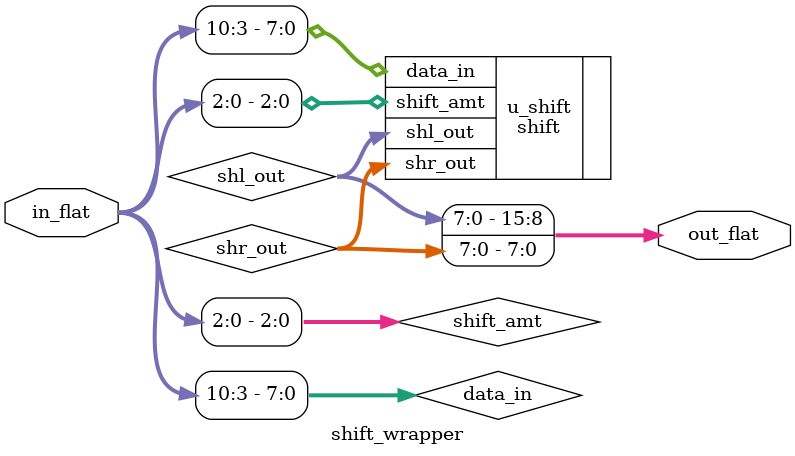
<source format=sv>
module shift_wrapper (
    input  wire [10:0] in_flat,
    output wire [15:0] out_flat
);

  // Slice `in_flat` into original inputs
  wire [7:0] data_in = in_flat[10:3];
  wire [2:0] shift_amt = in_flat[2:0];

  // Wires to capture original module outputs
  wire [7:0] shl_out;
  wire [7:0] shr_out;

  // Instantiate the original module
  shift u_shift (
    .data_in(data_in),
    .shift_amt(shift_amt),
    .shl_out(shl_out),
    .shr_out(shr_out)
  );

  // Pack original outputs into `out_flat`
  assign out_flat[15:8] = shl_out;
  assign out_flat[7:0] = shr_out;

endmodule  // shift_wrapper
</source>
